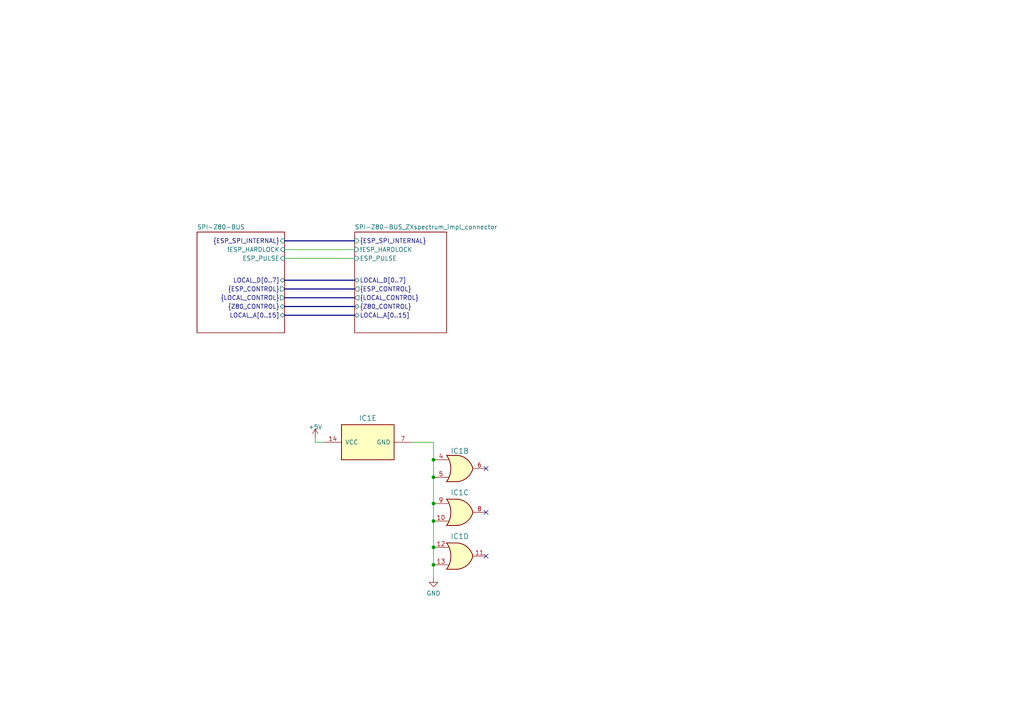
<source format=kicad_sch>
(kicad_sch (version 20230121) (generator eeschema)
  (paper "A4")
  (title_block (title "FujiNet Z80Bus reference design") (date "2023-05-13") (rev "0.1") (company "FujiNet"))
  (lib_symbols
    (symbol "74xx:74LS32" (pin_names (offset 1.016))
      (property "Reference" "U" (at 0 1.27 0))
      (property "Value" "74LS32" (at 0 -1.27 0))
      (symbol "74LS32_1_1"
        (arc (start -3.81 -3.81) (mid -2.589 0) (end -3.81 3.81) (stroke (width 0.254)))
        (arc (start -0.6096 -3.81) (mid 2.1842 -2.5851) (end 3.81 0) (stroke (width 0.254)) (fill (type background)))
        (polyline (pts (xy -3.81 -3.81) (xy -0.635 -3.81)) (stroke (width 0.254)) (fill (type background)))
        (polyline (pts (xy -3.81 3.81) (xy -0.635 3.81)) (stroke (width 0.254)) (fill (type background)))
        (polyline (pts (xy -0.635 3.81) (xy -3.81 3.81) (xy -3.81 3.81) (xy -3.556 3.4036) (xy -3.0226 2.2606) (xy -2.6924 1.0414) (xy -2.6162 -0.254) (xy -2.7686 -1.4986) (xy -3.175 -2.7178) (xy -3.81 -3.81) (xy -3.81 -3.81) (xy -0.635 -3.81)) (stroke (width -25.4)) (fill (type background)))
        (arc (start 3.81 0) (mid 2.1915 2.5936) (end -0.6096 3.81) (stroke (width 0.254)) (fill (type background)))
        (pin input line (at -7.62 2.54 0) (length 4.318) (name "~") (number "1"))
        (pin input line (at -7.62 -2.54 0) (length 4.318) (name "~") (number "2"))
        (pin output line (at 7.62 0 180) (length 3.81) (name "~") (number "3"))
      )
      (symbol "74LS32_1_2"
        (arc (start 0 -3.81) (mid 3.7934 0) (end 0 3.81) (stroke (width 0.254)) (fill (type background)))
        (polyline (pts (xy 0 3.81) (xy -3.81 3.81) (xy -3.81 -3.81) (xy 0 -3.81)) (stroke (width 0.254)) (fill (type background)))
        (pin input inverted (at -7.62 2.54 0) (length 3.81) (name "~") (number "1"))
        (pin input inverted (at -7.62 -2.54 0) (length 3.81) (name "~") (number "2"))
        (pin output inverted (at 7.62 0 180) (length 3.81) (name "~") (number "3"))
      )
      (symbol "74LS32_2_1"
        (arc (start -3.81 -3.81) (mid -2.589 0) (end -3.81 3.81) (stroke (width 0.254)))
        (arc (start -0.6096 -3.81) (mid 2.1842 -2.5851) (end 3.81 0) (stroke (width 0.254)) (fill (type background)))
        (polyline (pts (xy -3.81 -3.81) (xy -0.635 -3.81)) (stroke (width 0.254)) (fill (type background)))
        (polyline (pts (xy -3.81 3.81) (xy -0.635 3.81)) (stroke (width 0.254)) (fill (type background)))
        (polyline (pts (xy -0.635 3.81) (xy -3.81 3.81) (xy -3.81 3.81) (xy -3.556 3.4036) (xy -3.0226 2.2606) (xy -2.6924 1.0414) (xy -2.6162 -0.254) (xy -2.7686 -1.4986) (xy -3.175 -2.7178) (xy -3.81 -3.81) (xy -3.81 -3.81) (xy -0.635 -3.81)) (stroke (width -25.4)) (fill (type background)))
        (arc (start 3.81 0) (mid 2.1915 2.5936) (end -0.6096 3.81) (stroke (width 0.254)) (fill (type background)))
        (pin input line (at -7.62 2.54 0) (length 4.318) (name "~") (number "4"))
        (pin input line (at -7.62 -2.54 0) (length 4.318) (name "~") (number "5"))
        (pin output line (at 7.62 0 180) (length 3.81) (name "~") (number "6"))
      )
      (symbol "74LS32_2_2"
        (arc (start 0 -3.81) (mid 3.7934 0) (end 0 3.81) (stroke (width 0.254)) (fill (type background)))
        (polyline (pts (xy 0 3.81) (xy -3.81 3.81) (xy -3.81 -3.81) (xy 0 -3.81)) (stroke (width 0.254)) (fill (type background)))
        (pin input inverted (at -7.62 2.54 0) (length 3.81) (name "~") (number "4"))
        (pin input inverted (at -7.62 -2.54 0) (length 3.81) (name "~") (number "5"))
        (pin output inverted (at 7.62 0 180) (length 3.81) (name "~") (number "6"))
      )
      (symbol "74LS32_3_1"
        (arc (start -3.81 -3.81) (mid -2.589 0) (end -3.81 3.81) (stroke (width 0.254)))
        (arc (start -0.6096 -3.81) (mid 2.1842 -2.5851) (end 3.81 0) (stroke (width 0.254)) (fill (type background)))
        (polyline (pts (xy -3.81 -3.81) (xy -0.635 -3.81)) (stroke (width 0.254)) (fill (type background)))
        (polyline (pts (xy -3.81 3.81) (xy -0.635 3.81)) (stroke (width 0.254)) (fill (type background)))
        (polyline (pts (xy -0.635 3.81) (xy -3.81 3.81) (xy -3.81 3.81) (xy -3.556 3.4036) (xy -3.0226 2.2606) (xy -2.6924 1.0414) (xy -2.6162 -0.254) (xy -2.7686 -1.4986) (xy -3.175 -2.7178) (xy -3.81 -3.81) (xy -3.81 -3.81) (xy -0.635 -3.81)) (stroke (width -25.4)) (fill (type background)))
        (arc (start 3.81 0) (mid 2.1915 2.5936) (end -0.6096 3.81) (stroke (width 0.254)) (fill (type background)))
        (pin input line (at -7.62 -2.54 0) (length 4.318) (name "~") (number "10"))
        (pin output line (at 7.62 0 180) (length 3.81) (name "~") (number "8"))
        (pin input line (at -7.62 2.54 0) (length 4.318) (name "~") (number "9"))
      )
      (symbol "74LS32_3_2"
        (arc (start 0 -3.81) (mid 3.7934 0) (end 0 3.81) (stroke (width 0.254)) (fill (type background)))
        (polyline (pts (xy 0 3.81) (xy -3.81 3.81) (xy -3.81 -3.81) (xy 0 -3.81)) (stroke (width 0.254)) (fill (type background)))
        (pin input inverted (at -7.62 -2.54 0) (length 3.81) (name "~") (number "10"))
        (pin output inverted (at 7.62 0 180) (length 3.81) (name "~") (number "8"))
        (pin input inverted (at -7.62 2.54 0) (length 3.81) (name "~") (number "9"))
      )
      (symbol "74LS32_4_1"
        (arc (start -3.81 -3.81) (mid -2.589 0) (end -3.81 3.81) (stroke (width 0.254)))
        (arc (start -0.6096 -3.81) (mid 2.1842 -2.5851) (end 3.81 0) (stroke (width 0.254)) (fill (type background)))
        (polyline (pts (xy -3.81 -3.81) (xy -0.635 -3.81)) (stroke (width 0.254)) (fill (type background)))
        (polyline (pts (xy -3.81 3.81) (xy -0.635 3.81)) (stroke (width 0.254)) (fill (type background)))
        (polyline (pts (xy -0.635 3.81) (xy -3.81 3.81) (xy -3.81 3.81) (xy -3.556 3.4036) (xy -3.0226 2.2606) (xy -2.6924 1.0414) (xy -2.6162 -0.254) (xy -2.7686 -1.4986) (xy -3.175 -2.7178) (xy -3.81 -3.81) (xy -3.81 -3.81) (xy -0.635 -3.81)) (stroke (width -25.4)) (fill (type background)))
        (arc (start 3.81 0) (mid 2.1915 2.5936) (end -0.6096 3.81) (stroke (width 0.254)) (fill (type background)))
        (pin output line (at 7.62 0 180) (length 3.81) (name "~") (number "11"))
        (pin input line (at -7.62 2.54 0) (length 4.318) (name "~") (number "12"))
        (pin input line (at -7.62 -2.54 0) (length 4.318) (name "~") (number "13"))
      )
      (symbol "74LS32_4_2"
        (arc (start 0 -3.81) (mid 3.7934 0) (end 0 3.81) (stroke (width 0.254)) (fill (type background)))
        (polyline (pts (xy 0 3.81) (xy -3.81 3.81) (xy -3.81 -3.81) (xy 0 -3.81)) (stroke (width 0.254)) (fill (type background)))
        (pin output inverted (at 7.62 0 180) (length 3.81) (name "~") (number "11"))
        (pin input inverted (at -7.62 2.54 0) (length 3.81) (name "~") (number "12"))
        (pin input inverted (at -7.62 -2.54 0) (length 3.81) (name "~") (number "13"))
      )
      (symbol "74LS32_5_0"
        (pin power_in line (at 0 12.7 270) (length 5.08) (name "VCC") (number "14"))
        (pin power_in line (at 0 -12.7 90) (length 5.08) (name "GND") (number "7"))
      )
      (symbol "74LS32_5_1"
        (rectangle (start -5.08 7.62) (end 5.08 -7.62) (stroke (width 0.254)) (fill (type background)))
      )
    )
    (symbol "power:+5V" (power) (pin_names (offset 0))
      (property "Value" "+5V" (at 0 3.556 0))
      (symbol "+5V_0_1"
        (polyline (pts (xy -0.762 1.27) (xy 0 2.54)))
        (polyline (pts (xy 0 0) (xy 0 2.54)))
        (polyline (pts (xy 0 2.54) (xy 0.762 1.27)))
      )
      (symbol "+5V_1_1"
        (pin power_in line (at 0 0 90) (length 0) hide (name "+5V") (number "1"))
      )
    )
    (symbol "power:GND" (power) (pin_names (offset 0))
      (property "Value" "GND" (at 0 -3.81 0))
      (symbol "GND_0_1"
        (polyline (pts (xy 0 0) (xy 0 -1.27) (xy 1.27 -1.27) (xy 0 -2.54) (xy -1.27 -1.27) (xy 0 -1.27)))
      )
      (symbol "GND_1_1"
        (pin power_in line (at 0 0 270) (length 0) hide (name "GND") (number "1"))
      )
    )
  )
  (bus_alias "Z80_CONTROL" (members "Z80_CONTROL.RD" "Z80_CONTROL.WR" "Z80_CONTROL.IORQ" "Z80_CONTROL.MEMRQ" "Z80_CONTROL.BUSRQ" "Z80_CONTROL.WAIT" "Z80_CONTROL.ROMCS" "Z80_CONTROL.BUSACK" "Z80_CONTROL.NMI" "Z80_CONTROL.RESET"))
  (junction (at 125.73 146.05))
  (junction (at 125.73 163.83))
  (junction (at 125.73 151.13))
  (junction (at 125.73 158.75))
  (junction (at 125.73 138.43))
  (junction (at 125.73 133.35))
  (no_connect (at 140.97 161.29))
  (no_connect (at 140.97 148.59))
  (no_connect (at 140.97 135.89))
  (bus (pts (xy 82.55 83.82) (xy 102.87 83.82)))
  (bus (pts (xy 82.55 88.9) (xy 102.87 88.9)))
  (wire (pts (xy 125.73 146.05) (xy 125.73 138.43)))
  (wire (pts (xy 125.73 151.13) (xy 125.73 146.05)))
  (wire (pts (xy 82.55 72.39) (xy 102.87 72.39)))
  (bus (pts (xy 82.55 69.85) (xy 102.87 69.85)))
  (wire (pts (xy 125.73 128.27) (xy 119.38 128.27)))
  (wire (pts (xy 91.44 128.27) (xy 93.98 128.27)))
  (wire (pts (xy 125.73 133.35) (xy 125.73 128.27)))
  (wire (pts (xy 125.73 138.43) (xy 125.73 133.35)))
  (wire (pts (xy 91.44 127) (xy 91.44 128.27)))
  (bus (pts (xy 82.55 81.28) (xy 102.87 81.28)))
  (wire (pts (xy 125.73 167.64) (xy 125.73 163.83)))
  (wire (pts (xy 125.73 158.75) (xy 125.73 151.13)))
  (wire (pts (xy 82.55 74.93) (xy 102.87 74.93)))
  (wire (pts (xy 125.73 163.83) (xy 125.73 158.75)))
  (bus (pts (xy 82.55 91.44) (xy 102.87 91.44)))
  (bus (pts (xy 82.55 86.36) (xy 102.87 86.36)))
  (symbol (lib_id "power:+5V") (at 91.44 127 0) (unit 1)
    (property "Reference" "#PWR01" (effects hide))
    (property "Value" "+5V" (at 91.44 123.825 0))
  )
  (symbol (lib_id "74xx:74LS32") (at 133.35 148.59 0) (unit 3)
    (property "Reference" "IC1" (at 133.35 142.875 0) (effects (font (size 1.4986 1.4986))))
    (property "Value" "74HC32N" (effects hide))
    (property "Footprint" "Package_DIP:DIP-14_W7.62mm_Socket" (effects hide))
    (property "Datasheet" "http://www.ti.com/lit/gpn/sn74LS32" (effects hide))
  )
  (symbol (lib_id "74xx:74LS32") (at 106.68 128.27 90) (unit 5)
    (property "Reference" "IC1" (at 106.68 121.285 90) (effects (font (size 1.4986 1.4986))))
    (property "Value" "74HC32N" (effects hide))
    (property "Footprint" "Package_DIP:DIP-14_W7.62mm_Socket" (effects hide))
    (property "Datasheet" "http://www.ti.com/lit/gpn/sn74LS32" (effects hide))
  )
  (symbol (lib_id "74xx:74LS32") (at 133.35 135.89 0) (unit 2)
    (property "Reference" "IC1" (at 133.35 130.81 0) (effects (font (size 1.4986 1.4986))))
    (property "Value" "74HC32N" (effects hide))
    (property "Footprint" "Package_DIP:DIP-14_W7.62mm_Socket" (effects hide))
    (property "Datasheet" "http://www.ti.com/lit/gpn/sn74LS32" (effects hide))
  )
  (symbol (lib_id "power:GND") (at 125.73 167.64 0) (unit 1)
    (property "Reference" "#PWR02" (effects hide))
    (property "Value" "GND" (at 125.73 172.085 0))
  )
  (symbol (lib_id "74xx:74LS32") (at 133.35 161.29 0) (unit 4)
    (property "Reference" "IC1" (at 133.35 155.575 0) (effects (font (size 1.4986 1.4986))))
    (property "Value" "74HC32N" (effects hide))
    (property "Footprint" "Package_DIP:DIP-14_W7.62mm_Socket" (effects hide))
    (property "Datasheet" "http://www.ti.com/lit/gpn/sn74LS32" (effects hide))
  )
  (sheet (at 57.15 67.31) (size 25.4 29.21) (stroke (width 0.1524))
    (property "Sheetname" "SPI-Z80-BUS" (at 57.15 66.5984 0) (effects (justify left bottom)))
    (property "Sheetfile" "../SPI-Z80-BUS_ZXspectrum.kicad_sch" (effects hide))
    (pin "{ESP_CONTROL}" output (at 82.55 83.82 0))
    (pin "LOCAL_A[0..15]" bidirectional (at 82.55 91.44 0))
    (pin "LOCAL_D[0..7]" bidirectional (at 82.55 81.28 0))
    (pin "ESP_PULSE" input (at 82.55 74.93 0))
    (pin "!ESP_HARDLOCK" input (at 82.55 72.39 0))
    (pin "{LOCAL_CONTROL}" output (at 82.55 86.36 0))
    (pin "{Z80_CONTROL}" bidirectional (at 82.55 88.9 0))
    (pin "{ESP_SPI_INTERNAL}" input (at 82.55 69.85 0))
  )
  (sheet (at 102.87 67.31) (size 26.67 29.21) (stroke (width 0.1524))
    (property "Sheetname" "SPI-Z80-BUS_ZXspectrum_impl_connector" (at 102.87 66.5984 0) (effects (justify left bottom)))
    (property "Sheetfile" "SPI-Z80-BUS_ZXspectrum_impl_connector.kicad_sch" (effects hide))
    (pin "{Z80_CONTROL}" bidirectional (at 102.87 88.9 180))
    (pin "LOCAL_A[0..15]" bidirectional (at 102.87 91.44 180))
    (pin "{ESP_CONTROL}" output (at 102.87 83.82 180))
    (pin "{LOCAL_CONTROL}" output (at 102.87 86.36 180))
    (pin "LOCAL_D[0..7]" bidirectional (at 102.87 81.28 180))
    (pin "!ESP_HARDLOCK" input (at 102.87 72.39 180))
    (pin "ESP_PULSE" input (at 102.87 74.93 180))
    (pin "{ESP_SPI_INTERNAL}" input (at 102.87 69.85 180))
  )
)
</source>
